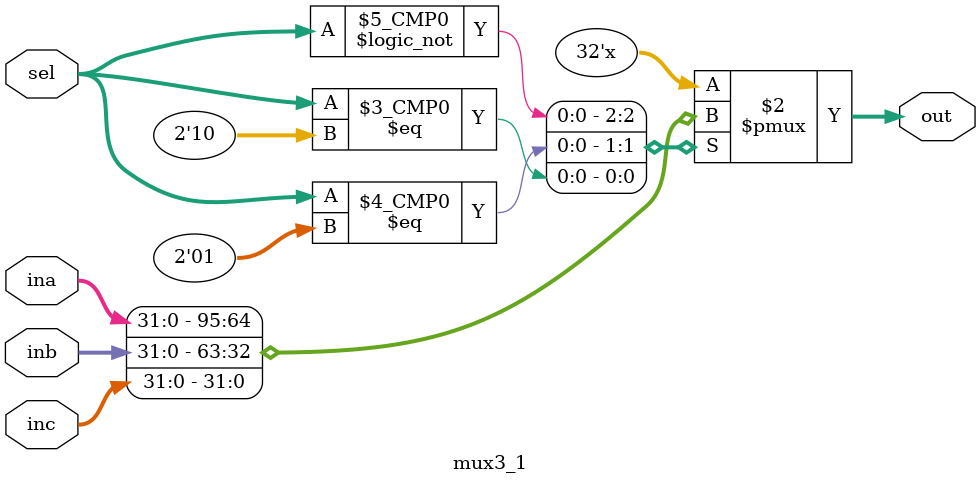
<source format=v>
`timescale 1ns / 1ps


module mux3_1(input [31:0] ina, inb, inc,
              input [1:0] sel,
              output reg [31:0] out);

always@(ina, inb, inc, sel)
    begin
        case(sel)
            2'b00: out <= ina;
            2'b01: out <= inb;
            2'b10: out <= inc;
        endcase
    end

endmodule

</source>
